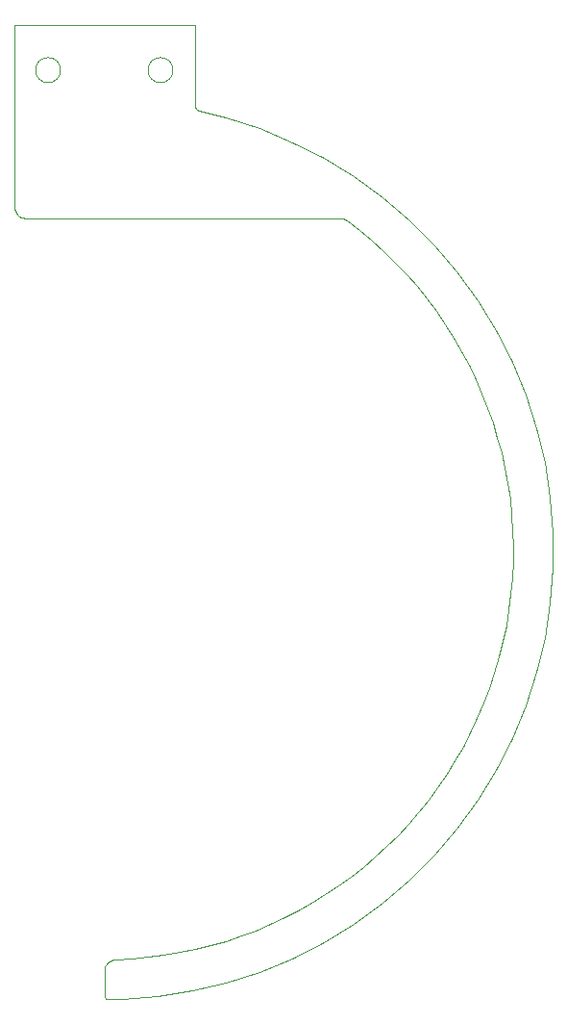
<source format=gbr>
G04 #@! TF.GenerationSoftware,KiCad,Pcbnew,(5.1.5)-3*
G04 #@! TF.CreationDate,2020-12-16T00:15:17-05:00*
G04 #@! TF.ProjectId,pixel,70697865-6c2e-46b6-9963-61645f706362,0.1a*
G04 #@! TF.SameCoordinates,Original*
G04 #@! TF.FileFunction,Profile,NP*
%FSLAX46Y46*%
G04 Gerber Fmt 4.6, Leading zero omitted, Abs format (unit mm)*
G04 Created by KiCad (PCBNEW (5.1.5)-3) date 2020-12-16 00:15:17*
%MOMM*%
%LPD*%
G04 APERTURE LIST*
%ADD10C,0.100000*%
G04 APERTURE END LIST*
D10*
X125600000Y-102300000D02*
G75*
G03X125600000Y-102300000I-1100000J0D01*
G01*
X115700000Y-102300000D02*
G75*
G03X115700000Y-102300000I-1100000J0D01*
G01*
X111772720Y-114881460D02*
X111894790Y-115029460D01*
X111680490Y-114711580D02*
X111772720Y-114881460D01*
X111622200Y-114523870D02*
X111680490Y-114711580D01*
X111601880Y-114322330D02*
X111622200Y-114523870D01*
X111601880Y-98322330D02*
X111601880Y-114322330D01*
X154830090Y-137298410D02*
X155080970Y-138652790D01*
X154951860Y-151127690D02*
X154663280Y-152518070D01*
X153459120Y-156646120D02*
X152952040Y-157981180D01*
X155562210Y-144158700D02*
X155549510Y-145549780D01*
X155280100Y-140017510D02*
X155427010Y-141391060D01*
X155427010Y-141391060D02*
X155521220Y-142771950D01*
X154663280Y-152518070D02*
X154318100Y-153903850D01*
X155549510Y-145549780D02*
X155482590Y-146943720D01*
X151791640Y-160564800D02*
X151140820Y-161811471D01*
X155482590Y-146943720D02*
X155361000Y-148339010D01*
X153319010Y-132014040D02*
X153771920Y-133312170D01*
X152952040Y-157981180D02*
X152395760Y-159287730D01*
X155521220Y-142771950D02*
X155562210Y-144158700D01*
X154175060Y-134626590D02*
X154527970Y-135955850D01*
X153771920Y-133312170D02*
X154175060Y-134626590D01*
X154527970Y-135955850D02*
X154830090Y-137298410D01*
X152816780Y-130733740D02*
X153319010Y-132014040D01*
X152395760Y-159287730D02*
X151791640Y-160564800D01*
X153915780Y-155283500D02*
X153459120Y-156646120D01*
X154318100Y-153903850D02*
X153915780Y-155283500D01*
X155184280Y-149734170D02*
X154951860Y-151127690D01*
X155080970Y-138652790D02*
X155280100Y-140017510D01*
X155361000Y-148339010D02*
X155184280Y-149734170D01*
X112601880Y-115322330D02*
X140292430Y-115322330D01*
X112042800Y-115151560D02*
X112212660Y-115243750D01*
X140884780Y-115516620D02*
X142025590Y-116390600D01*
X145191480Y-119239040D02*
X146159620Y-120259040D01*
X112400370Y-115302020D02*
X112601880Y-115322330D01*
X112212660Y-115243750D02*
X112400370Y-115302020D01*
X142025590Y-116390600D02*
X143123970Y-117303320D01*
X143123970Y-117303320D02*
X144179420Y-118253300D01*
X152265760Y-129472740D02*
X152816780Y-130733740D01*
X151666390Y-128232520D02*
X152265760Y-129472740D01*
X147083390Y-121311770D02*
X147962260Y-122395800D01*
X151019240Y-127014620D02*
X151666390Y-128232520D01*
X150324780Y-125820490D02*
X151019240Y-127014620D01*
X140749770Y-115433020D02*
X140884780Y-115516620D01*
X140292430Y-115322330D02*
X140450760Y-115334940D01*
X149583480Y-124651650D02*
X150324780Y-125820490D01*
X148795790Y-123509590D02*
X149583480Y-124651650D01*
X140450760Y-115334940D02*
X140604140Y-115372140D01*
X147962260Y-122395800D02*
X148795790Y-123509590D01*
X146159620Y-120259040D02*
X147083390Y-121311770D01*
X144179420Y-118253300D02*
X145191480Y-119239040D01*
X111894790Y-115029460D02*
X112042800Y-115151560D01*
X140604140Y-115372140D02*
X140749770Y-115433020D01*
X149704360Y-164209770D02*
X148921150Y-165359500D01*
X143391950Y-171506401D02*
X142343760Y-172396770D01*
X151140820Y-161811471D02*
X150444650Y-163026770D01*
X146326920Y-168599691D02*
X145384780Y-169606910D01*
X137835340Y-175540300D02*
X136635570Y-176216960D01*
X141262770Y-173246300D02*
X140150220Y-174054041D01*
X144406020Y-170576130D02*
X143391950Y-171506401D01*
X147231210Y-167555410D02*
X146326920Y-168599691D01*
X127563980Y-179623850D02*
X126186900Y-179909220D01*
X128923260Y-179286250D02*
X127563980Y-179623850D01*
X150444650Y-163026770D02*
X149704360Y-164209770D01*
X135409250Y-176848010D02*
X134157640Y-177432531D01*
X130263530Y-178897380D02*
X128923260Y-179286250D01*
X131583510Y-178458170D02*
X130263530Y-178897380D01*
X132881970Y-177969560D02*
X131583510Y-178458170D01*
X134157640Y-177432531D02*
X132881970Y-177969560D01*
X145384780Y-169606910D02*
X144406020Y-170576130D01*
X136635570Y-176216960D02*
X135409250Y-176848010D01*
X148096390Y-166475030D02*
X147231210Y-167555410D01*
X139007310Y-174819020D02*
X137835340Y-175540300D01*
X140150220Y-174054041D02*
X139007310Y-174819020D01*
X148921150Y-165359500D02*
X148096390Y-166475030D01*
X142343760Y-172396770D02*
X141262770Y-173246300D01*
X119588910Y-183775600D02*
X119694320Y-184022331D01*
X119718060Y-180958460D02*
X119628830Y-181126291D01*
X120328840Y-180534310D02*
X120145580Y-180595530D01*
X119628830Y-181126291D02*
X119572520Y-181311101D01*
X119552930Y-183509740D02*
X119588910Y-183775600D01*
X119552930Y-181509040D02*
X119552930Y-183509740D01*
X119980180Y-180689200D02*
X119836440Y-180811471D01*
X124793350Y-180141390D02*
X123384530Y-180319460D01*
X121961740Y-180442450D02*
X120526200Y-180509410D01*
X126186900Y-179909220D02*
X124793350Y-180141390D01*
X123384530Y-180319460D02*
X121961740Y-180442450D01*
X119836440Y-180811471D02*
X119718060Y-180958460D01*
X136111610Y-180421670D02*
X138877210Y-179012520D01*
X138877210Y-179012520D02*
X141523750Y-177390721D01*
X121113750Y-184022331D02*
X124208080Y-183778800D01*
X120145580Y-180595530D02*
X119980180Y-180689200D01*
X133243970Y-181609471D02*
X136111610Y-180421670D01*
X119694320Y-184022331D02*
X121113750Y-184022331D01*
X120526200Y-180509410D02*
X120328840Y-180534310D01*
X130291940Y-182568640D02*
X133243970Y-181609471D01*
X127273820Y-183293230D02*
X130291940Y-182568640D01*
X119572520Y-181311101D02*
X119552930Y-181509040D01*
X124208080Y-183778800D02*
X127273820Y-183293230D01*
X130291940Y-106476020D02*
X127896370Y-105900890D01*
X152430190Y-166484291D02*
X154051950Y-163837760D01*
X157608110Y-133792150D02*
X156648940Y-130840160D01*
X155461130Y-161072150D02*
X156648940Y-158204500D01*
X159061780Y-142970370D02*
X158818250Y-139876010D01*
X144034860Y-113478370D02*
X141523750Y-111653940D01*
X111601880Y-98322330D02*
X111601880Y-98322330D01*
X141523750Y-111653940D02*
X138877210Y-110032140D01*
X154051950Y-125206900D02*
X152430190Y-122560370D01*
X148589920Y-117689020D02*
X146395090Y-115494210D01*
X158332710Y-136810310D02*
X157608110Y-133792150D01*
X159061780Y-146074290D02*
X159061780Y-142970370D01*
X155461130Y-127972510D02*
X154051950Y-125206900D01*
X150605720Y-120049250D02*
X148589920Y-117689020D01*
X148589920Y-171355640D02*
X150605720Y-168995400D01*
X127896370Y-105900890D02*
X127721600Y-105821070D01*
X156648940Y-158204500D02*
X157608110Y-155252490D01*
X154051950Y-163837760D02*
X155461130Y-161072150D01*
X136111610Y-108622990D02*
X133243970Y-107435170D01*
X127593400Y-105686470D02*
X127523020Y-105514440D01*
X133243970Y-107435170D02*
X130291940Y-106476020D01*
X138877210Y-110032140D02*
X136111610Y-108622990D01*
X127521680Y-105322330D02*
X127521680Y-98322330D01*
X127523020Y-105514440D02*
X127521680Y-105322330D01*
X127521680Y-98322330D02*
X111601880Y-98322330D01*
X146395090Y-115494210D02*
X144034860Y-113478370D01*
X158818250Y-139876010D02*
X158332710Y-136810310D01*
X158818250Y-149168630D02*
X159061780Y-146074290D01*
X141523750Y-177390721D02*
X144034860Y-175566291D01*
X127721600Y-105821070D02*
X127593400Y-105686470D01*
X150605720Y-168995400D02*
X152430190Y-166484291D01*
X158332710Y-152234340D02*
X158818250Y-149168630D01*
X156648940Y-130840160D02*
X155461130Y-127972510D01*
X152430190Y-122560370D02*
X150605720Y-120049250D01*
X157608110Y-155252490D02*
X158332710Y-152234340D01*
X144034860Y-175566291D02*
X146395090Y-173550451D01*
X146395090Y-173550451D02*
X148589920Y-171355640D01*
M02*

</source>
